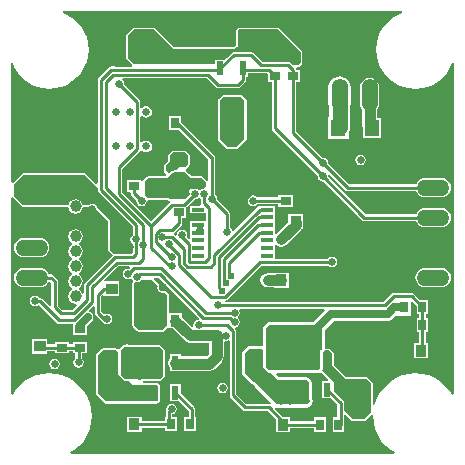
<source format=gbl>
G04 Layer_Physical_Order=4*
G04 Layer_Color=16711680*
%FSAX44Y44*%
%MOMM*%
G71*
G01*
G75*
%ADD10C,0.2540*%
%ADD16R,0.9000X1.3500*%
%ADD17R,0.7000X0.9000*%
%ADD18R,0.9000X0.7000*%
%ADD19R,0.9000X1.0000*%
%ADD20R,1.0000X0.9000*%
%ADD28C,0.8890*%
%ADD30C,1.2700*%
%ADD31O,2.7432X1.3716*%
%ADD32O,1.3716X2.7432*%
%ADD33C,1.0000*%
%ADD34R,1.0000X1.0000*%
%ADD35C,0.6350*%
%ADD36C,0.6096*%
%ADD41C,0.6350*%
%ADD43R,1.3000X1.8000*%
%ADD44R,0.6096X1.1684*%
%ADD45R,1.2500X1.3500*%
%ADD46R,0.7700X0.9800*%
%ADD47R,0.9906X0.3048*%
G36*
X00075891Y00227639D02*
Y00226060D01*
X00075891Y00226060D01*
X00076108Y00224970D01*
X00076726Y00224046D01*
X00105736Y00195035D01*
Y00188017D01*
X00104745Y00187355D01*
X00103763Y00185884D01*
X00103418Y00184150D01*
X00103763Y00182416D01*
X00104745Y00180945D01*
X00105736Y00180283D01*
Y00173265D01*
X00104230Y00171759D01*
X00090773D01*
X00090012Y00171607D01*
X00086360Y00175260D01*
X00086360Y00200660D01*
X00074956Y00212064D01*
X00074325Y00213009D01*
X00072854Y00213991D01*
X00071120Y00214336D01*
X00069386Y00213991D01*
X00068441Y00213360D01*
X00063290D01*
X00063056Y00214536D01*
X00061670Y00216610D01*
X00059596Y00217996D01*
X00057150Y00218483D01*
X00054704Y00217996D01*
X00052630Y00216610D01*
X00051244Y00214536D01*
X00051010Y00213360D01*
X00012700Y00213360D01*
X00005080Y00220980D01*
Y00231140D01*
X00012700Y00238760D01*
X00064770Y00238760D01*
X00075891Y00227639D01*
D02*
G37*
G36*
X00163195Y00218547D02*
Y00216102D01*
X00163013Y00215191D01*
X00163230Y00214100D01*
X00163419Y00213818D01*
X00162740Y00212548D01*
X00154313D01*
Y00206452D01*
X00167267D01*
X00167331Y00205209D01*
Y00200791D01*
X00167267Y00199548D01*
X00166061Y00199548D01*
X00154313D01*
Y00194318D01*
X00154313Y00193452D01*
X00154313Y00193452D01*
Y00193048D01*
X00154313D01*
X00154313Y00193048D01*
Y00187714D01*
X00154313Y00186952D01*
Y00186698D01*
Y00186444D01*
X00154313Y00185682D01*
Y00185133D01*
X00153140Y00184647D01*
X00151553Y00186233D01*
X00151852Y00187735D01*
X00151507Y00189469D01*
X00150525Y00190940D01*
X00149054Y00191922D01*
X00147320Y00192267D01*
X00145586Y00191922D01*
X00144115Y00190940D01*
X00143133Y00189469D01*
X00142857Y00188084D01*
X00141636Y00187509D01*
X00140697Y00188449D01*
X00140754Y00189938D01*
X00141049Y00190135D01*
X00146794Y00195880D01*
X00146794Y00195881D01*
X00147412Y00196805D01*
X00147629Y00197895D01*
Y00202271D01*
X00150804D01*
Y00211264D01*
X00151269Y00211574D01*
X00157973Y00218279D01*
X00158242Y00218226D01*
X00159976Y00218571D01*
X00161353Y00219491D01*
X00161740Y00219645D01*
X00162061D01*
X00163195Y00218547D01*
D02*
G37*
G36*
X00333539Y00376140D02*
X00329901Y00374633D01*
X00325451Y00371906D01*
X00321483Y00368517D01*
X00318093Y00364549D01*
X00315367Y00360099D01*
X00313370Y00355277D01*
X00312151Y00350203D01*
X00311742Y00345000D01*
X00312151Y00339797D01*
X00313370Y00334723D01*
X00315367Y00329901D01*
X00318093Y00325451D01*
X00321483Y00321483D01*
X00325451Y00318093D01*
X00329901Y00315367D01*
X00334723Y00313370D01*
X00339797Y00312151D01*
X00345000Y00311742D01*
X00350203Y00312151D01*
X00355277Y00313370D01*
X00360099Y00315367D01*
X00364549Y00318093D01*
X00368517Y00321483D01*
X00371906Y00325451D01*
X00374633Y00329901D01*
X00376140Y00333539D01*
X00377410Y00333287D01*
Y00053049D01*
X00376140Y00052691D01*
X00374048Y00056105D01*
X00370389Y00060389D01*
X00366105Y00064048D01*
X00361301Y00066992D01*
X00356096Y00069148D01*
X00350617Y00070464D01*
X00345000Y00070906D01*
X00339383Y00070464D01*
X00333904Y00069148D01*
X00328699Y00066992D01*
X00323895Y00064048D01*
X00319611Y00060389D01*
X00315952Y00056105D01*
X00313008Y00051301D01*
X00310852Y00046095D01*
X00310260Y00043629D01*
X00308990Y00043780D01*
Y00062230D01*
X00308506Y00063396D01*
X00304696Y00067206D01*
X00303530Y00067690D01*
X00286433D01*
X00276756Y00077366D01*
X00276756Y00077366D01*
X00275970Y00078153D01*
Y00087630D01*
X00275686Y00088313D01*
X00275486Y00088796D01*
X00272946Y00091336D01*
X00272122Y00091678D01*
X00271780Y00091820D01*
X00268020Y00091820D01*
Y00107379D01*
X00276099Y00115458D01*
X00321663D01*
X00323893Y00115902D01*
X00325784Y00117165D01*
X00327810Y00119191D01*
X00328860Y00119735D01*
Y00119735D01*
X00328860Y00119735D01*
X00340940D01*
Y00131047D01*
X00342113Y00131533D01*
X00345876Y00127770D01*
Y00120751D01*
X00348051D01*
Y00117559D01*
X00345876D01*
Y00105511D01*
X00348051D01*
Y00096469D01*
X00343626D01*
Y00083421D01*
X00355674D01*
Y00096469D01*
X00353749D01*
Y00105511D01*
X00355924D01*
Y00117559D01*
X00353749D01*
Y00120751D01*
X00355924D01*
Y00132799D01*
X00348905D01*
X00343799Y00137904D01*
X00342875Y00138522D01*
X00341785Y00138739D01*
X00341785Y00138739D01*
X00326390D01*
X00326390Y00138739D01*
X00325300Y00138522D01*
X00324376Y00137904D01*
X00317590Y00131119D01*
X00184106D01*
X00183981Y00132389D01*
X00184515Y00132495D01*
X00185439Y00133112D01*
X00214353Y00162026D01*
X00271028D01*
X00271115Y00161895D01*
X00272586Y00160913D01*
X00274320Y00160568D01*
X00276054Y00160913D01*
X00277525Y00161895D01*
X00278507Y00163366D01*
X00278852Y00165100D01*
X00278507Y00166834D01*
X00277525Y00168305D01*
X00276054Y00169287D01*
X00274320Y00169632D01*
X00272586Y00169287D01*
X00271115Y00168305D01*
X00270727Y00167724D01*
X00226553D01*
X00225655Y00168622D01*
Y00172474D01*
X00225655Y00173490D01*
Y00173617D01*
Y00173744D01*
X00225655Y00174760D01*
Y00179078D01*
X00225655Y00179329D01*
X00226468Y00179685D01*
X00226925Y00179788D01*
X00228811Y00178527D01*
X00231140Y00178064D01*
X00233469Y00178527D01*
X00235443Y00179847D01*
X00247743Y00192146D01*
X00247743Y00192147D01*
X00248074Y00192641D01*
X00249464D01*
Y00196138D01*
X00249526Y00196450D01*
X00249526Y00196450D01*
Y00199165D01*
X00249464Y00199476D01*
Y00205689D01*
X00237416D01*
Y00199476D01*
X00237354Y00199165D01*
Y00198971D01*
X00226925Y00188542D01*
X00226551Y00188579D01*
X00225655Y00188971D01*
Y00193048D01*
X00225655Y00193048D01*
Y00193048D01*
Y00193452D01*
X00225655D01*
X00225655Y00194318D01*
Y00199548D01*
X00225655Y00199548D01*
Y00199548D01*
Y00199952D01*
X00225655D01*
X00225655Y00200818D01*
Y00206048D01*
X00225655Y00206048D01*
Y00206048D01*
Y00206452D01*
X00225655D01*
X00225655Y00207318D01*
Y00212548D01*
X00212701D01*
Y00212302D01*
X00211847Y00212132D01*
X00210923Y00211514D01*
X00210923Y00211514D01*
X00190860Y00191452D01*
X00189645Y00191820D01*
X00189607Y00192009D01*
X00188625Y00193479D01*
X00188269Y00193717D01*
Y00205522D01*
X00188052Y00206612D01*
X00187434Y00207536D01*
X00187434Y00207536D01*
X00176950Y00218020D01*
X00177034Y00218440D01*
X00176689Y00220174D01*
X00175706Y00221645D01*
X00175350Y00221882D01*
Y00253583D01*
X00175133Y00254674D01*
X00174516Y00255598D01*
X00174347Y00255710D01*
X00174234Y00255879D01*
X00146374Y00283740D01*
Y00289009D01*
X00136326D01*
Y00276961D01*
X00145095D01*
X00169653Y00252403D01*
Y00234301D01*
X00168383Y00233775D01*
X00164996Y00237161D01*
X00163830Y00237644D01*
X00155623D01*
X00153566Y00239701D01*
X00153566Y00239701D01*
X00151026Y00242241D01*
X00150631Y00242405D01*
Y00243780D01*
X00150685Y00243802D01*
X00151026Y00243944D01*
X00153566Y00246484D01*
X00154050Y00247650D01*
Y00255270D01*
X00153708Y00256095D01*
X00153566Y00256436D01*
X00151026Y00258976D01*
X00149860Y00259460D01*
X00139700D01*
X00138875Y00259118D01*
X00138534Y00258976D01*
X00135994Y00256436D01*
X00135510Y00255270D01*
Y00250873D01*
X00133454Y00248817D01*
X00133454Y00248816D01*
X00132184Y00247546D01*
X00131700Y00246380D01*
Y00242570D01*
X00132042Y00241745D01*
X00132184Y00241404D01*
X00134042Y00239545D01*
X00134078Y00238856D01*
X00132924Y00237644D01*
X00118110D01*
X00117285Y00237303D01*
X00116944Y00237161D01*
X00114404Y00234621D01*
X00113920Y00233455D01*
X00112704Y00233584D01*
Y00234289D01*
X00100656D01*
Y00224241D01*
X00103052D01*
X00103831Y00223295D01*
X00104048Y00222205D01*
X00104666Y00221280D01*
X00108581Y00217365D01*
X00108498Y00216945D01*
X00108843Y00215210D01*
X00109825Y00213740D01*
X00111296Y00212758D01*
X00113030Y00212413D01*
X00114764Y00212758D01*
X00116235Y00213740D01*
X00117217Y00215210D01*
X00117515Y00216707D01*
X00117697Y00217052D01*
X00118680Y00217835D01*
X00135207Y00217835D01*
X00135994Y00217048D01*
X00136606Y00216795D01*
X00136803Y00216327D01*
X00136897Y00215392D01*
D01*
X00120985Y00199480D01*
X00096829Y00223637D01*
Y00243930D01*
X00111234Y00258336D01*
X00111234Y00258336D01*
X00111852Y00259260D01*
X00113184Y00259447D01*
X00113269Y00259319D01*
X00114907Y00258224D01*
X00116840Y00257840D01*
X00118773Y00258224D01*
X00120411Y00259319D01*
X00121506Y00260957D01*
X00121890Y00262890D01*
X00121506Y00264823D01*
X00120411Y00266461D01*
X00118773Y00267556D01*
X00116840Y00267940D01*
X00114907Y00267556D01*
X00113339Y00266507D01*
X00112956Y00266588D01*
X00112069Y00266950D01*
Y00288040D01*
X00112956Y00288402D01*
X00113339Y00288483D01*
X00114907Y00287434D01*
X00116840Y00287050D01*
X00118773Y00287434D01*
X00120411Y00288529D01*
X00121506Y00290167D01*
X00121890Y00292100D01*
X00121506Y00294033D01*
X00120411Y00295671D01*
X00118773Y00296766D01*
X00116840Y00297150D01*
X00114907Y00296766D01*
X00113339Y00295717D01*
X00112956Y00295798D01*
X00112069Y00296160D01*
Y00300765D01*
X00112069Y00300765D01*
X00111852Y00301855D01*
X00111234Y00302779D01*
X00111234Y00302779D01*
X00098429Y00315585D01*
X00098512Y00316005D01*
X00098167Y00317739D01*
X00097185Y00319209D01*
X00096784Y00319477D01*
X00097169Y00320747D01*
X00167984D01*
X00175786Y00312946D01*
X00175786Y00312946D01*
X00176710Y00312328D01*
X00177800Y00312111D01*
X00177800Y00312111D01*
X00194310D01*
X00194310Y00312111D01*
X00195400Y00312328D01*
X00196324Y00312946D01*
X00200762Y00317384D01*
X00201380Y00318308D01*
X00201597Y00319398D01*
X00201597Y00319398D01*
Y00321564D01*
X00203320D01*
Y00324811D01*
X00219420D01*
X00220036Y00324195D01*
Y00317176D01*
X00223211D01*
Y00278130D01*
X00223211Y00278130D01*
X00223428Y00277040D01*
X00224046Y00276116D01*
X00262251Y00237910D01*
X00262168Y00237490D01*
X00262513Y00235756D01*
X00263495Y00234285D01*
X00264966Y00233303D01*
X00266700Y00232958D01*
X00267120Y00233041D01*
X00299476Y00200686D01*
X00299476Y00200686D01*
X00300400Y00200068D01*
X00301490Y00199851D01*
X00301490Y00199851D01*
X00345524D01*
X00346042Y00198601D01*
X00347345Y00196903D01*
X00349043Y00195600D01*
X00351020Y00194781D01*
X00353142Y00194502D01*
X00366858D01*
X00368980Y00194781D01*
X00370957Y00195600D01*
X00372655Y00196903D01*
X00373958Y00198601D01*
X00374777Y00200578D01*
X00375056Y00202700D01*
X00374777Y00204822D01*
X00373958Y00206799D01*
X00372655Y00208497D01*
X00370957Y00209800D01*
X00368980Y00210619D01*
X00366858Y00210898D01*
X00353142D01*
X00351020Y00210619D01*
X00349043Y00209800D01*
X00347345Y00208497D01*
X00346042Y00206799D01*
X00345524Y00205549D01*
X00302670D01*
X00271149Y00237070D01*
X00271232Y00237490D01*
X00270966Y00238830D01*
X00272136Y00239455D01*
X00285506Y00226086D01*
X00285506Y00226086D01*
X00286430Y00225468D01*
X00287520Y00225251D01*
X00287520Y00225251D01*
X00345524D01*
X00346042Y00224001D01*
X00347345Y00222303D01*
X00349043Y00221000D01*
X00351020Y00220181D01*
X00353142Y00219902D01*
X00366858D01*
X00368980Y00220181D01*
X00370957Y00221000D01*
X00372655Y00222303D01*
X00373958Y00224001D01*
X00374777Y00225978D01*
X00375056Y00228100D01*
X00374777Y00230222D01*
X00373958Y00232199D01*
X00372655Y00233897D01*
X00370957Y00235200D01*
X00368980Y00236019D01*
X00366858Y00236298D01*
X00353142D01*
X00351020Y00236019D01*
X00349043Y00235200D01*
X00347345Y00233897D01*
X00346042Y00232199D01*
X00345524Y00230949D01*
X00288700D01*
X00271149Y00248500D01*
X00271232Y00248920D01*
X00270887Y00250654D01*
X00269905Y00252125D01*
X00268434Y00253107D01*
X00266700Y00253452D01*
X00266280Y00253369D01*
X00244149Y00275500D01*
Y00317176D01*
X00247324D01*
Y00327224D01*
X00245269D01*
X00244561Y00327500D01*
X00244111Y00328813D01*
X00244797Y00329820D01*
X00245110D01*
X00245693Y00330062D01*
X00246276Y00330303D01*
X00248816Y00332844D01*
X00249158Y00333668D01*
X00249300Y00334010D01*
X00249300Y00342900D01*
X00248817Y00344066D01*
X00248817Y00344066D01*
X00229766Y00363116D01*
X00228600Y00363600D01*
X00198120Y00363600D01*
X00195580D01*
X00194414Y00363116D01*
X00193144Y00361846D01*
X00192660Y00360680D01*
Y00348663D01*
X00192654Y00348656D01*
X00192441Y00348143D01*
X00192269Y00348072D01*
X00191928Y00347930D01*
X00191270Y00347273D01*
X00189343D01*
X00188422Y00347090D01*
X00140383D01*
X00124356Y00363116D01*
X00123190Y00363600D01*
X00106680Y00363600D01*
X00105514Y00363116D01*
X00100434Y00358036D01*
X00099950Y00356870D01*
Y00345440D01*
Y00337820D01*
X00100434Y00336654D01*
X00105308Y00331779D01*
X00105087Y00330809D01*
X00104919Y00330509D01*
X00091729D01*
X00091673Y00330546D01*
X00090583Y00330763D01*
X00090583Y00330763D01*
X00087217D01*
X00087217Y00330763D01*
X00086126Y00330546D01*
X00085202Y00329928D01*
X00085202Y00329928D01*
X00076726Y00321452D01*
X00076108Y00320527D01*
X00075891Y00319437D01*
X00075891Y00319437D01*
Y00231631D01*
X00074718Y00231145D01*
X00065936Y00239926D01*
X00064770Y00240410D01*
X00012700Y00240410D01*
X00011534Y00239926D01*
X00003914Y00232306D01*
X00003860Y00232176D01*
X00002590Y00232429D01*
Y00333287D01*
X00003860Y00333539D01*
X00005367Y00329901D01*
X00008094Y00325451D01*
X00011483Y00321483D01*
X00015451Y00318093D01*
X00019901Y00315367D01*
X00024723Y00313370D01*
X00029797Y00312151D01*
X00035000Y00311742D01*
X00040203Y00312151D01*
X00045277Y00313370D01*
X00050099Y00315367D01*
X00054549Y00318093D01*
X00058517Y00321483D01*
X00061906Y00325451D01*
X00064633Y00329901D01*
X00066630Y00334723D01*
X00067849Y00339797D01*
X00068258Y00345000D01*
X00067849Y00350203D01*
X00066630Y00355277D01*
X00064633Y00360099D01*
X00061906Y00364549D01*
X00058517Y00368517D01*
X00054549Y00371906D01*
X00050099Y00374633D01*
X00046461Y00376140D01*
X00046714Y00377410D01*
X00333287D01*
X00333539Y00376140D01*
D02*
G37*
G36*
X00265430Y00109220D02*
Y00090482D01*
X00264414D01*
Y00075184D01*
X00262890Y00073660D01*
X00220980D01*
X00218440Y00076200D01*
Y00109220D01*
X00220980Y00111760D01*
X00262890D01*
X00265430Y00109220D01*
D02*
G37*
G36*
X00161670Y00117511D02*
X00161452Y00116811D01*
X00161126Y00116259D01*
X00159556Y00115947D01*
X00158085Y00114965D01*
X00157103Y00113494D01*
X00156758Y00111760D01*
X00157006Y00110511D01*
X00155836Y00109886D01*
X00147144Y00118578D01*
Y00121769D01*
X00136396D01*
X00136270Y00122986D01*
Y00137160D01*
X00135928Y00137985D01*
X00135786Y00138327D01*
X00133638Y00140475D01*
X00133482Y00140540D01*
X00133388Y00140680D01*
X00132916Y00140774D01*
X00132472Y00140958D01*
X00132316Y00140893D01*
X00132150Y00140926D01*
X00130810Y00140660D01*
X00129719Y00140877D01*
X00128795Y00141495D01*
X00128177Y00142419D01*
X00127960Y00143510D01*
X00128226Y00144850D01*
X00128193Y00145015D01*
X00128258Y00145172D01*
X00128074Y00145616D01*
X00127980Y00146088D01*
X00127839Y00146182D01*
X00127775Y00146338D01*
X00123546Y00150567D01*
X00123832Y00151666D01*
X00123935Y00151837D01*
X00127344D01*
X00161670Y00117511D01*
D02*
G37*
G36*
X00003914Y00219814D02*
X00011534Y00212194D01*
X00012700Y00211710D01*
X00050833Y00211710D01*
X00051244Y00209644D01*
X00052630Y00207570D01*
X00054704Y00206184D01*
X00057150Y00205697D01*
X00059596Y00206184D01*
X00061670Y00207570D01*
X00063056Y00209644D01*
X00063467Y00211710D01*
X00068441D01*
X00068886Y00211894D01*
X00069358Y00211988D01*
X00070029Y00212437D01*
X00071120Y00212654D01*
X00072211Y00212437D01*
X00073135Y00211819D01*
X00073584Y00211148D01*
X00073725Y00211054D01*
X00073789Y00210898D01*
X00084710Y00199977D01*
X00084710Y00175260D01*
Y00175260D01*
X00084852Y00174918D01*
X00085194Y00174093D01*
X00088560Y00170727D01*
X00065142Y00147308D01*
X00064524Y00146383D01*
X00064307Y00145293D01*
X00064307Y00145293D01*
Y00138557D01*
X00063056Y00138336D01*
X00061670Y00140410D01*
X00059988Y00141534D01*
X00059953Y00141639D01*
Y00142841D01*
X00059988Y00142946D01*
X00061670Y00144070D01*
X00063056Y00146144D01*
X00063543Y00148590D01*
X00063056Y00151036D01*
X00061670Y00153110D01*
X00059988Y00154234D01*
X00059953Y00154339D01*
Y00155541D01*
X00059988Y00155646D01*
X00061670Y00156770D01*
X00063056Y00158844D01*
X00063543Y00161290D01*
X00063056Y00163736D01*
X00061670Y00165810D01*
X00059988Y00166934D01*
X00059953Y00167039D01*
Y00168241D01*
X00059988Y00168346D01*
X00061670Y00169470D01*
X00063056Y00171544D01*
X00063543Y00173990D01*
X00063056Y00176436D01*
X00061670Y00178510D01*
X00059988Y00179634D01*
X00059953Y00179739D01*
Y00180941D01*
X00059988Y00181046D01*
X00061670Y00182170D01*
X00063056Y00184244D01*
X00063543Y00186690D01*
X00063056Y00189136D01*
X00061670Y00191210D01*
X00059596Y00192596D01*
X00057150Y00193083D01*
X00054704Y00192596D01*
X00052630Y00191210D01*
X00051244Y00189136D01*
X00050757Y00186690D01*
X00051244Y00184244D01*
X00052630Y00182170D01*
X00054312Y00181046D01*
X00054348Y00180941D01*
Y00179739D01*
X00054312Y00179634D01*
X00052630Y00178510D01*
X00051244Y00176436D01*
X00050757Y00173990D01*
X00051244Y00171544D01*
X00052630Y00169470D01*
X00054312Y00168346D01*
X00054348Y00168241D01*
Y00167039D01*
X00054312Y00166934D01*
X00052630Y00165810D01*
X00051244Y00163736D01*
X00050757Y00161290D01*
X00051244Y00158844D01*
X00052630Y00156770D01*
X00054312Y00155646D01*
X00054348Y00155541D01*
Y00154339D01*
X00054312Y00154234D01*
X00052630Y00153110D01*
X00051244Y00151036D01*
X00050757Y00148590D01*
X00051244Y00146144D01*
X00052630Y00144070D01*
X00054312Y00142946D01*
X00054348Y00142841D01*
Y00141639D01*
X00054312Y00141534D01*
X00052630Y00140410D01*
X00051244Y00138336D01*
X00050757Y00135890D01*
X00051244Y00133444D01*
X00052630Y00131370D01*
X00054704Y00129984D01*
X00057150Y00129497D01*
X00057752Y00129617D01*
X00058378Y00128447D01*
X00054700Y00124769D01*
X00045630D01*
X00042219Y00128180D01*
Y00148590D01*
X00042002Y00149680D01*
X00041384Y00150604D01*
X00041384Y00150604D01*
X00038074Y00153914D01*
X00037150Y00154532D01*
X00036060Y00154749D01*
X00036060Y00154749D01*
X00034476D01*
X00033958Y00155999D01*
X00032655Y00157697D01*
X00030957Y00159000D01*
X00028980Y00159819D01*
X00026858Y00160098D01*
X00013142D01*
X00011020Y00159819D01*
X00009043Y00159000D01*
X00007345Y00157697D01*
X00006042Y00155999D01*
X00005223Y00154022D01*
X00004944Y00151900D01*
X00005223Y00149778D01*
X00006042Y00147801D01*
X00007345Y00146103D01*
X00009043Y00144800D01*
X00011020Y00143981D01*
X00013142Y00143702D01*
X00026858D01*
X00028980Y00143981D01*
X00030957Y00144800D01*
X00032655Y00146103D01*
X00033958Y00147801D01*
X00034068Y00148067D01*
X00035566Y00148365D01*
X00036521Y00147410D01*
Y00128054D01*
X00035251Y00127528D01*
X00028684Y00134094D01*
X00027760Y00134712D01*
X00026670Y00134929D01*
X00026670Y00134929D01*
X00026302D01*
X00026065Y00135285D01*
X00024594Y00136267D01*
X00022860Y00136612D01*
X00021126Y00136267D01*
X00019655Y00135285D01*
X00018673Y00133814D01*
X00018328Y00132080D01*
X00018673Y00130346D01*
X00019655Y00128875D01*
X00021126Y00127893D01*
X00022860Y00127548D01*
X00024594Y00127893D01*
X00025933Y00128788D01*
X00041166Y00113556D01*
X00041166Y00113556D01*
X00042090Y00112938D01*
X00043180Y00112721D01*
X00043180Y00112721D01*
X00054682D01*
Y00103407D01*
X00067238D01*
Y00110896D01*
X00070881Y00114539D01*
X00071976Y00116177D01*
X00072360Y00118110D01*
X00071976Y00120043D01*
X00070881Y00121681D01*
X00069243Y00122776D01*
X00068789Y00122866D01*
X00068420Y00124081D01*
X00072081Y00127743D01*
X00073351Y00127217D01*
Y00121920D01*
X00073351Y00121920D01*
X00073568Y00120830D01*
X00074186Y00119906D01*
X00079266Y00114826D01*
X00079266Y00114826D01*
X00080190Y00114208D01*
X00080239Y00114198D01*
X00080615Y00113635D01*
X00082086Y00112653D01*
X00083820Y00112308D01*
X00085554Y00112653D01*
X00087025Y00113635D01*
X00088007Y00115106D01*
X00088352Y00116840D01*
X00088007Y00118574D01*
X00087025Y00120045D01*
X00085554Y00121027D01*
X00083820Y00121372D01*
X00082086Y00121027D01*
X00081508Y00120641D01*
X00079049Y00123100D01*
Y00135980D01*
X00079965Y00136896D01*
X00081106Y00136616D01*
Y00136616D01*
X00081106Y00136616D01*
X00094154D01*
Y00148664D01*
X00082099D01*
X00081573Y00149934D01*
X00093128Y00161489D01*
X00102461D01*
X00102947Y00160316D01*
X00102020Y00159389D01*
X00101600Y00159472D01*
X00099866Y00159127D01*
X00098395Y00158145D01*
X00097413Y00156674D01*
X00097068Y00154940D01*
X00097413Y00153206D01*
X00098395Y00151735D01*
X00099866Y00150753D01*
X00101600Y00150408D01*
X00103334Y00150753D01*
X00103675Y00150981D01*
X00105033Y00150666D01*
X00105120Y00150535D01*
X00106015Y00149195D01*
X00106034Y00149007D01*
X00105514Y00148486D01*
X00105030Y00147320D01*
Y00111535D01*
X00105514Y00110368D01*
X00109324Y00106558D01*
X00110490Y00106075D01*
X00130810Y00106075D01*
X00131976Y00106558D01*
X00135126Y00109708D01*
X00136396Y00109182D01*
Y00108921D01*
X00139587D01*
X00149941Y00098567D01*
X00149941Y00098567D01*
X00150929Y00097907D01*
X00151916Y00097247D01*
X00154245Y00096784D01*
X00154245Y00096784D01*
X00170444D01*
Y00087611D01*
X00168059Y00085226D01*
X00146304D01*
Y00087151D01*
X00137160D01*
Y00083686D01*
X00136109Y00082114D01*
X00135646Y00079785D01*
X00136109Y00077456D01*
X00137160Y00075883D01*
Y00072419D01*
X00146304D01*
Y00073054D01*
X00170580D01*
X00170580Y00073054D01*
X00172909Y00073517D01*
X00174883Y00074837D01*
X00180833Y00080787D01*
X00180833Y00080787D01*
X00182153Y00082761D01*
X00182616Y00085090D01*
Y00097388D01*
X00183598Y00098194D01*
X00184150Y00098084D01*
X00185884Y00098429D01*
X00186381Y00098761D01*
X00187651Y00098082D01*
Y00052070D01*
X00187651Y00052070D01*
X00187868Y00050980D01*
X00188486Y00050056D01*
X00198646Y00039896D01*
X00198646Y00039896D01*
X00199570Y00039278D01*
X00200660Y00039061D01*
X00219774D01*
X00226786Y00032049D01*
Y00020966D01*
X00238834D01*
Y00024641D01*
X00258756D01*
Y00021466D01*
X00268804D01*
Y00033514D01*
X00258756D01*
Y00030338D01*
X00238834D01*
Y00034014D01*
X00232879D01*
X00226059Y00040833D01*
X00226703Y00041985D01*
X00227330Y00041860D01*
X00228531D01*
X00228910Y00041607D01*
X00231140Y00041163D01*
X00233370Y00041607D01*
X00233750Y00041860D01*
X00236150D01*
X00236530Y00041607D01*
X00238760Y00041163D01*
X00240990Y00041607D01*
X00241369Y00041860D01*
X00252730D01*
X00253721Y00042057D01*
X00254561Y00042619D01*
X00257101Y00045159D01*
X00257663Y00045999D01*
X00257860Y00046990D01*
Y00048518D01*
X00257663Y00049509D01*
X00257352Y00049974D01*
Y00062738D01*
X00257155Y00063729D01*
X00256593Y00064569D01*
X00256438Y00064724D01*
Y00065282D01*
X00255881D01*
X00254561Y00066601D01*
X00253721Y00067163D01*
X00252730Y00067360D01*
X00229673D01*
X00227891Y00069141D01*
X00227136Y00069897D01*
X00227622Y00071070D01*
X00262890D01*
X00263881Y00071267D01*
X00264721Y00071829D01*
X00264825Y00071932D01*
X00271318Y00065439D01*
X00270832Y00064266D01*
X00265430D01*
Y00049534D01*
X00273339D01*
X00278681Y00044192D01*
Y00033514D01*
X00274756D01*
Y00021466D01*
X00284804D01*
Y00033514D01*
X00284379D01*
Y00035479D01*
X00285552Y00035965D01*
X00290934Y00030584D01*
X00292100Y00030100D01*
X00300990D01*
X00301815Y00030442D01*
X00302156Y00030584D01*
X00307927Y00036354D01*
X00309156Y00035787D01*
X00309094Y00035000D01*
X00309536Y00029383D01*
X00310852Y00023905D01*
X00313008Y00018699D01*
X00315952Y00013895D01*
X00319611Y00009611D01*
X00323895Y00005952D01*
X00327309Y00003860D01*
X00326951Y00002590D01*
X00053049D01*
X00052691Y00003860D01*
X00056105Y00005952D01*
X00060389Y00009611D01*
X00064048Y00013895D01*
X00066992Y00018699D01*
X00069148Y00023905D01*
X00070464Y00029383D01*
X00070906Y00035000D01*
X00070464Y00040617D01*
X00069148Y00046095D01*
X00066992Y00051301D01*
X00064048Y00056105D01*
X00060389Y00060389D01*
X00056105Y00064048D01*
X00051301Y00066992D01*
X00046095Y00069148D01*
X00040617Y00070464D01*
X00035000Y00070906D01*
X00029383Y00070464D01*
X00023905Y00069148D01*
X00018699Y00066992D01*
X00013895Y00064048D01*
X00009611Y00060389D01*
X00005952Y00056105D01*
X00003860Y00052691D01*
X00002590Y00053049D01*
Y00219691D01*
X00003860Y00219944D01*
X00003914Y00219814D01*
D02*
G37*
G36*
X00122145Y00149635D02*
X00126608Y00145171D01*
X00126278Y00143510D01*
X00126623Y00141776D01*
X00127605Y00140305D01*
X00129076Y00139323D01*
X00130810Y00138978D01*
X00132472Y00139308D01*
X00134620Y00137160D01*
Y00111535D01*
X00130810Y00107725D01*
X00110490Y00107725D01*
X00106680Y00111535D01*
Y00147320D01*
X00107558Y00148198D01*
X00109220Y00147868D01*
X00110954Y00148213D01*
X00112425Y00149195D01*
X00112718Y00149635D01*
X00122145Y00149635D01*
D02*
G37*
G36*
X00152400Y00238535D02*
X00154940Y00235995D01*
X00163830D01*
X00167640Y00232185D01*
Y00229645D01*
X00165097Y00227102D01*
X00164309Y00226945D01*
X00162839Y00225963D01*
X00162753Y00225835D01*
X00161532D01*
X00161447Y00225963D01*
X00159976Y00226945D01*
X00158242Y00227290D01*
X00157678Y00227178D01*
X00156693Y00227374D01*
X00156250D01*
X00155160Y00227157D01*
X00154236Y00226539D01*
X00153618Y00225615D01*
X00153401Y00224525D01*
X00153618Y00223435D01*
X00153793Y00223174D01*
X00153710Y00222758D01*
X00153823Y00222187D01*
X00149852Y00218215D01*
X00139700D01*
X00137160Y00218215D01*
X00135890Y00219485D01*
X00118110Y00219485D01*
X00115570Y00222025D01*
X00115570Y00233455D01*
X00118110Y00235995D01*
X00134620D01*
X00139395Y00240770D01*
X00140164Y00240923D01*
X00140392Y00241075D01*
X00149860D01*
X00152400Y00238535D01*
D02*
G37*
G36*
X00215850Y00090220D02*
Y00076200D01*
X00216047Y00075209D01*
X00216609Y00074369D01*
X00219149Y00071829D01*
X00219989Y00071267D01*
X00220980Y00071070D01*
X00222300D01*
X00226060Y00067310D01*
X00228600Y00064770D01*
X00252730D01*
X00254762Y00062738D01*
Y00048518D01*
X00255270D01*
Y00046990D01*
X00252730Y00044450D01*
X00227330D01*
X00223520Y00048260D01*
X00212090Y00059690D01*
X00211110Y00060670D01*
X00209860Y00062540D01*
X00207990Y00063790D01*
X00200660Y00071120D01*
Y00087630D01*
X00204470Y00091440D01*
X00214630D01*
X00215850Y00090220D01*
D02*
G37*
G36*
X00271780Y00090170D02*
X00274320Y00087630D01*
Y00077470D01*
X00275590Y00076200D01*
X00285750Y00066040D01*
X00303530D01*
X00307340Y00062230D01*
Y00038100D01*
X00300990Y00031750D01*
X00292100D01*
X00284480Y00039370D01*
Y00046990D01*
X00275590Y00055880D01*
Y00063500D01*
X00265991Y00073099D01*
X00266245Y00073353D01*
X00266807Y00074193D01*
X00267004Y00075184D01*
Y00088478D01*
X00267261Y00088650D01*
X00267823Y00089491D01*
X00267955Y00090155D01*
X00267970Y00090170D01*
X00271780Y00090170D01*
D02*
G37*
G36*
X00228600Y00361950D02*
X00247650Y00342900D01*
X00247650Y00334010D01*
X00245110Y00331470D01*
X00241519D01*
X00239250Y00333738D01*
X00238326Y00334356D01*
X00237236Y00334573D01*
X00237236Y00334573D01*
X00215556D01*
X00207754Y00342374D01*
X00206830Y00342992D01*
X00205740Y00343209D01*
X00205740Y00343209D01*
X00191026D01*
X00191026Y00343209D01*
X00189936Y00342992D01*
X00189012Y00342374D01*
X00189012Y00342374D01*
X00182933Y00336296D01*
X00175024D01*
Y00332740D01*
X00173990D01*
X00106680Y00332740D01*
X00101600Y00337820D01*
Y00345440D01*
Y00356870D01*
X00106680Y00361950D01*
X00123190Y00361950D01*
X00139700Y00345440D01*
X00191770D01*
X00193094Y00346764D01*
X00193820D01*
Y00347490D01*
X00194310Y00347980D01*
Y00360680D01*
X00195580Y00361950D01*
X00198120D01*
X00228600Y00361950D01*
D02*
G37*
G36*
X00152400Y00255270D02*
Y00247650D01*
X00149860Y00245110D01*
X00144780D01*
X00143510Y00243840D01*
X00142394Y00242724D01*
X00140392D01*
X00139947Y00242540D01*
X00139896Y00242530D01*
X00139843Y00242541D01*
X00139073Y00242388D01*
X00138673Y00242120D01*
X00138229Y00241936D01*
X00136322Y00240030D01*
X00135890D01*
X00133350Y00242570D01*
Y00246380D01*
X00134620Y00247650D01*
X00137160Y00250190D01*
Y00255270D01*
X00139700Y00257810D01*
X00149860D01*
X00152400Y00255270D01*
D02*
G37*
G36*
X00268311Y00124151D02*
X00258509Y00114350D01*
X00220980D01*
X00219989Y00114153D01*
X00219149Y00113591D01*
X00216609Y00111051D01*
X00216047Y00110211D01*
X00215850Y00109220D01*
Y00095082D01*
X00214630Y00094030D01*
X00204470D01*
X00203479Y00093833D01*
X00202639Y00093271D01*
X00198829Y00089461D01*
X00198267Y00088621D01*
X00198070Y00087630D01*
Y00071120D01*
X00198267Y00070129D01*
X00198829Y00069289D01*
X00206159Y00061959D01*
X00206371Y00061817D01*
X00206551Y00061637D01*
X00207993Y00060673D01*
X00208957Y00059231D01*
X00209137Y00059051D01*
X00209279Y00058839D01*
X00210259Y00057859D01*
X00221689Y00046429D01*
X00222408Y00045710D01*
X00221714Y00044608D01*
X00220954Y00044759D01*
X00220954Y00044759D01*
X00201840D01*
X00193349Y00053250D01*
Y00106680D01*
X00193349Y00106680D01*
X00193132Y00107770D01*
X00192514Y00108694D01*
Y00108695D01*
X00192994Y00110011D01*
X00193504Y00110113D01*
X00194975Y00111095D01*
X00195957Y00112566D01*
X00196302Y00114300D01*
X00195957Y00116034D01*
X00194975Y00117505D01*
Y00118715D01*
X00195957Y00120186D01*
X00196302Y00121920D01*
X00195957Y00123654D01*
X00195625Y00124151D01*
X00196304Y00125421D01*
X00267785D01*
X00268311Y00124151D01*
D02*
G37*
%LPC*%
G36*
X00033194Y00099604D02*
X00020146D01*
Y00094612D01*
X00020011Y00093935D01*
X00020146Y00093257D01*
Y00087556D01*
X00033194D01*
Y00089836D01*
X00039696D01*
Y00087661D01*
X00051744D01*
Y00089836D01*
X00054936D01*
Y00087661D01*
X00056841D01*
Y00083453D01*
X00056485Y00083215D01*
X00055503Y00081744D01*
X00055158Y00080010D01*
X00055503Y00078276D01*
X00056485Y00076805D01*
X00057956Y00075823D01*
X00059690Y00075478D01*
X00061424Y00075823D01*
X00062895Y00076805D01*
X00063877Y00078276D01*
X00064222Y00080010D01*
X00063877Y00081744D01*
X00062895Y00083215D01*
X00062539Y00083453D01*
Y00087661D01*
X00066984D01*
Y00097709D01*
X00054936D01*
Y00095534D01*
X00051744D01*
Y00097709D01*
X00039696D01*
Y00095534D01*
X00033194D01*
Y00099604D01*
D02*
G37*
G36*
X00146304Y00061951D02*
X00137160D01*
Y00047219D01*
X00145069D01*
X00152951Y00039337D01*
Y00033739D01*
X00149026D01*
Y00021691D01*
X00159074D01*
Y00033739D01*
X00158649D01*
Y00040517D01*
X00158649Y00040517D01*
X00158432Y00041607D01*
X00157814Y00042531D01*
X00157814Y00042531D01*
X00146304Y00054042D01*
Y00061951D01*
D02*
G37*
G36*
X00181610Y00062952D02*
X00179876Y00062607D01*
X00178405Y00061625D01*
X00177423Y00060154D01*
X00177078Y00058420D01*
X00177423Y00056686D01*
X00178405Y00055215D01*
X00179876Y00054233D01*
X00181610Y00053888D01*
X00183344Y00054233D01*
X00184815Y00055215D01*
X00185797Y00056686D01*
X00186142Y00058420D01*
X00185797Y00060154D01*
X00184815Y00061625D01*
X00183344Y00062607D01*
X00181610Y00062952D01*
D02*
G37*
G36*
X00138430Y00045172D02*
X00136696Y00044827D01*
X00135225Y00043845D01*
X00134243Y00042374D01*
X00133898Y00040640D01*
X00134005Y00040104D01*
X00133668Y00039600D01*
X00133451Y00038510D01*
X00133451Y00038510D01*
Y00033739D01*
X00133026D01*
Y00030564D01*
X00113104D01*
Y00034239D01*
X00101056D01*
Y00021191D01*
X00113104D01*
Y00024866D01*
X00133026D01*
Y00021691D01*
X00143074D01*
Y00033739D01*
X00139149D01*
Y00036251D01*
X00140164Y00036453D01*
X00141635Y00037435D01*
X00142617Y00038906D01*
X00142962Y00040640D01*
X00142617Y00042374D01*
X00141635Y00043845D01*
X00140164Y00044827D01*
X00138430Y00045172D01*
D02*
G37*
G36*
X00039370Y00083272D02*
X00037636Y00082927D01*
X00036165Y00081945D01*
X00035183Y00080474D01*
X00034838Y00078740D01*
X00035183Y00077006D01*
X00036165Y00075535D01*
X00037636Y00074553D01*
X00039370Y00074208D01*
X00041104Y00074553D01*
X00042575Y00075535D01*
X00043557Y00077006D01*
X00043902Y00078740D01*
X00043557Y00080474D01*
X00042575Y00081945D01*
X00041104Y00082927D01*
X00039370Y00083272D01*
D02*
G37*
G36*
X00100330Y00095245D02*
X00097902Y00094762D01*
X00097440Y00094453D01*
X00097096Y00094385D01*
X00096508Y00093992D01*
X00096022Y00093506D01*
X00095843Y00093386D01*
X00095724Y00093208D01*
X00093968Y00091452D01*
X00092722D01*
X00092134Y00091845D01*
X00091440Y00091983D01*
X00080010D01*
X00079316Y00091845D01*
X00078728Y00091452D01*
X00074918Y00087642D01*
X00074525Y00087054D01*
X00074387Y00086360D01*
Y00053340D01*
X00074525Y00052646D01*
X00074918Y00052058D01*
X00081268Y00045708D01*
X00081856Y00045315D01*
X00082550Y00045177D01*
X00125730D01*
X00126424Y00045315D01*
X00127012Y00045708D01*
X00128536Y00047232D01*
X00128929Y00047820D01*
X00129067Y00048514D01*
Y00059436D01*
X00128929Y00060130D01*
X00128536Y00060718D01*
X00127406Y00061848D01*
Y00062205D01*
X00127049D01*
X00127012Y00062242D01*
X00126424Y00062635D01*
X00125730Y00062773D01*
X00114580D01*
X00113966Y00064026D01*
X00114105Y00064227D01*
X00128270Y00064227D01*
X00128964Y00064365D01*
X00129552Y00064758D01*
X00132092Y00067298D01*
X00132485Y00067886D01*
X00132623Y00068580D01*
X00132623Y00090170D01*
X00132485Y00090864D01*
X00132092Y00091452D01*
X00129552Y00093992D01*
X00128964Y00094385D01*
X00128270Y00094523D01*
X00103116Y00094523D01*
X00102758Y00094762D01*
X00100330Y00095245D01*
D02*
G37*
G36*
X00280670Y00322407D02*
X00278217Y00322084D01*
X00275931Y00321137D01*
X00273967Y00319631D01*
X00272461Y00317668D01*
X00271514Y00315381D01*
X00271191Y00312928D01*
Y00299212D01*
X00271514Y00296759D01*
X00271703Y00296301D01*
Y00287795D01*
X00270960D01*
Y00279847D01*
X00270783Y00278505D01*
X00270960Y00277163D01*
Y00269215D01*
X00288540D01*
Y00275194D01*
X00289331Y00277104D01*
X00289637Y00279425D01*
Y00296301D01*
X00289826Y00296759D01*
X00290149Y00299212D01*
Y00312928D01*
X00289826Y00315381D01*
X00288879Y00317668D01*
X00287373Y00319631D01*
X00285410Y00321137D01*
X00283123Y00322084D01*
X00280670Y00322407D01*
D02*
G37*
G36*
X00240974Y00221814D02*
X00228926D01*
Y00219764D01*
X00211222D01*
X00210985Y00220119D01*
X00209514Y00221102D01*
X00207780Y00221447D01*
X00206046Y00221102D01*
X00204575Y00220119D01*
X00203593Y00218649D01*
X00203248Y00216915D01*
X00203593Y00215180D01*
X00204575Y00213710D01*
X00206046Y00212728D01*
X00207780Y00212383D01*
X00209514Y00212728D01*
X00210985Y00213710D01*
X00211222Y00214066D01*
X00228926D01*
Y00211766D01*
X00240974D01*
Y00221814D01*
D02*
G37*
G36*
X00197620Y00306358D02*
X00182380D01*
X00181686Y00306220D01*
X00181098Y00305827D01*
X00178558Y00303287D01*
X00178165Y00302699D01*
X00178027Y00302005D01*
Y00277875D01*
Y00272795D01*
Y00268985D01*
X00178165Y00268291D01*
X00178558Y00267703D01*
X00184908Y00261353D01*
X00185496Y00260960D01*
X00186190Y00260822D01*
X00193810D01*
X00194504Y00260960D01*
X00195092Y00261353D01*
X00201442Y00267703D01*
X00201835Y00268291D01*
X00201973Y00268985D01*
Y00277875D01*
Y00302005D01*
X00201835Y00302699D01*
X00201442Y00303287D01*
X00198902Y00305827D01*
X00198314Y00306220D01*
X00197620Y00306358D01*
D02*
G37*
G36*
X00298450Y00255992D02*
X00296716Y00255647D01*
X00295245Y00254665D01*
X00294263Y00253194D01*
X00293918Y00251460D01*
X00294263Y00249726D01*
X00295245Y00248255D01*
X00296716Y00247273D01*
X00298450Y00246928D01*
X00300184Y00247273D01*
X00301655Y00248255D01*
X00302637Y00249726D01*
X00302982Y00251460D01*
X00302637Y00253194D01*
X00301655Y00254665D01*
X00300184Y00255647D01*
X00298450Y00255992D01*
D02*
G37*
G36*
X00366858Y00160098D02*
X00353142D01*
X00351020Y00159819D01*
X00349043Y00159000D01*
X00347345Y00157697D01*
X00346042Y00155999D01*
X00345223Y00154022D01*
X00344944Y00151900D01*
X00345223Y00149778D01*
X00346042Y00147801D01*
X00347345Y00146103D01*
X00349043Y00144800D01*
X00351020Y00143981D01*
X00353142Y00143702D01*
X00366858D01*
X00368980Y00143981D01*
X00370957Y00144800D01*
X00372655Y00146103D01*
X00373958Y00147801D01*
X00374777Y00149778D01*
X00375056Y00151900D01*
X00374777Y00154022D01*
X00373958Y00155999D01*
X00372655Y00157697D01*
X00370957Y00159000D01*
X00368980Y00159819D01*
X00366858Y00160098D01*
D02*
G37*
G36*
X00237534Y00156129D02*
X00225486D01*
Y00155721D01*
X00219710D01*
X00217381Y00155258D01*
X00215407Y00153938D01*
X00214087Y00151964D01*
X00213624Y00149635D01*
X00214087Y00147306D01*
X00215407Y00145331D01*
X00217381Y00144012D01*
X00219710Y00143549D01*
X00225486D01*
Y00143081D01*
X00237534D01*
Y00149474D01*
X00237566Y00149635D01*
X00237534Y00149796D01*
Y00156129D01*
D02*
G37*
G36*
X00306070Y00321126D02*
X00303948Y00320847D01*
X00301971Y00320028D01*
X00300273Y00318725D01*
X00298970Y00317027D01*
X00298151Y00315050D01*
X00297872Y00312928D01*
Y00299212D01*
X00298151Y00297090D01*
X00298970Y00295113D01*
X00299984Y00293792D01*
Y00280685D01*
X00299984Y00280685D01*
X00300447Y00278356D01*
X00300476Y00278313D01*
Y00270231D01*
X00316024D01*
Y00286779D01*
X00312156D01*
Y00293792D01*
X00313170Y00295113D01*
X00313989Y00297090D01*
X00314268Y00299212D01*
Y00312928D01*
X00313989Y00315050D01*
X00313170Y00317027D01*
X00311867Y00318725D01*
X00310169Y00320028D01*
X00308192Y00320847D01*
X00306070Y00321126D01*
D02*
G37*
G36*
X00026858Y00185498D02*
X00013142D01*
X00011020Y00185219D01*
X00009043Y00184400D01*
X00007345Y00183097D01*
X00006042Y00181399D01*
X00005223Y00179422D01*
X00004944Y00177300D01*
X00005223Y00175178D01*
X00006042Y00173201D01*
X00007345Y00171503D01*
X00009043Y00170200D01*
X00011020Y00169381D01*
X00013142Y00169102D01*
X00026858D01*
X00028980Y00169381D01*
X00030957Y00170200D01*
X00032655Y00171503D01*
X00033958Y00173201D01*
X00034777Y00175178D01*
X00035056Y00177300D01*
X00034777Y00179422D01*
X00033958Y00181399D01*
X00032655Y00183097D01*
X00030957Y00184400D01*
X00028980Y00185219D01*
X00026858Y00185498D01*
D02*
G37*
%LPD*%
G36*
X00200160Y00302005D02*
Y00277875D01*
Y00268985D01*
X00193810Y00262635D01*
X00186190D01*
X00179840Y00268985D01*
Y00272795D01*
Y00277875D01*
Y00302005D01*
X00182380Y00304545D01*
X00197620D01*
X00200160Y00302005D01*
D02*
G37*
G36*
X00128270Y00092710D02*
X00130810Y00090170D01*
X00130810Y00068580D01*
X00128270Y00066040D01*
X00113030Y00066040D01*
X00098745D01*
X00095250Y00069535D01*
Y00090170D01*
X00097790Y00092710D01*
X00128270Y00092710D01*
D02*
G37*
G36*
X00093437Y00088173D02*
Y00069535D01*
X00093575Y00068841D01*
X00093968Y00068253D01*
X00097463Y00064758D01*
X00098051Y00064365D01*
X00098745Y00064227D01*
X00102143D01*
X00105410Y00060960D01*
X00125730D01*
X00127254Y00059436D01*
Y00048514D01*
X00125730Y00046990D01*
X00082550D01*
X00076200Y00053340D01*
Y00086360D01*
X00080010Y00090170D01*
X00091440D01*
X00093437Y00088173D01*
D02*
G37*
D10*
X00266700Y00237490D02*
X00301490Y00202700D01*
X00226060Y00278130D02*
X00266700Y00237490D01*
X00071120Y00209550D02*
X00080480Y00200190D01*
X00071120Y00209550D02*
Y00209804D01*
X00172502Y00218440D02*
Y00253583D01*
Y00218440D02*
X00185420Y00205522D01*
Y00190275D02*
Y00205522D01*
X00170180Y00168268D02*
Y00210873D01*
X00165862Y00215191D02*
X00170180Y00210873D01*
X00165862Y00215191D02*
X00166043Y00215372D01*
Y00222758D01*
X00161290Y00111760D02*
X00185420D01*
X00177800Y00128270D02*
X00318770D01*
X00326390Y00135890D01*
X00160790Y00193540D02*
X00162560Y00191770D01*
X00160790Y00193540D02*
Y00196500D01*
X00093980Y00316005D02*
X00109220Y00300765D01*
X00026670Y00093580D02*
X00027565Y00092685D01*
X00045720D01*
X00162219Y00229710D02*
Y00230088D01*
X00162371Y00230240D01*
X00149254Y00213589D02*
X00158242Y00222577D01*
Y00222758D01*
X00128524Y00154686D02*
X00165354Y00117856D01*
X00111506Y00154686D02*
X00128524D01*
X00106680Y00160020D02*
X00129540D01*
X00101600Y00154940D02*
X00106680Y00160020D01*
X00109220Y00152400D02*
X00111506Y00154686D01*
X00059690Y00091415D02*
X00060960Y00092685D01*
X00059690Y00080010D02*
Y00091415D01*
X00143100Y00282985D02*
X00172220Y00253865D01*
X00153883Y00230240D02*
X00162371D01*
X00153208Y00230915D02*
X00153883Y00230240D01*
X00149100Y00230915D02*
X00153208D01*
X00129540Y00160020D02*
X00167640Y00121920D01*
X00071220Y00143610D02*
X00091948Y00164338D01*
X00110998D01*
X00114300Y00167640D01*
X00124975Y00182140D02*
X00138205Y00168910D01*
X00120911Y00177314D02*
X00136935Y00161290D01*
X00022860Y00132080D02*
X00026670D01*
X00036060Y00151900D02*
X00039370Y00148590D01*
X00020000Y00151900D02*
X00036060D01*
X00039370Y00127000D02*
Y00148590D01*
Y00127000D02*
X00044450Y00121920D01*
X00026670Y00132080D02*
X00043180Y00115570D01*
X00055880D01*
X00105410Y00168910D02*
X00108585Y00172085D01*
X00020000Y00177300D02*
X00028710D01*
X00226060Y00278130D02*
Y00322200D01*
X00194310Y00314960D02*
X00198748Y00319398D01*
X00177800Y00314960D02*
X00194310D01*
X00241300Y00322200D02*
Y00327660D01*
X00287520Y00228100D02*
X00360000D01*
X00301490Y00202700D02*
X00360000D01*
X00178326Y00327660D02*
X00179596Y00328930D01*
X00139035Y00192150D02*
X00144780Y00197895D01*
X00136935Y00161290D02*
X00138430D01*
X00138205Y00168910D02*
X00138430D01*
X00235374Y00027490D02*
X00262030D01*
X00220954Y00041910D02*
X00235374Y00027490D01*
X00200660Y00041910D02*
X00220954D01*
X00341785Y00135890D02*
X00350900Y00126775D01*
X00326390Y00135890D02*
X00341785D01*
X00190500Y00052070D02*
X00200660Y00041910D01*
X00136300Y00038510D02*
X00138430Y00040640D01*
X00136300Y00027715D02*
Y00038510D01*
X00045720Y00092685D02*
X00060960D01*
X00281530Y00027490D02*
Y00045372D01*
X00270002Y00056900D02*
X00281530Y00045372D01*
X00107080Y00027715D02*
X00136300D01*
X00155800D02*
Y00040517D01*
X00141732Y00054585D02*
X00155800Y00040517D01*
X00171458Y00161073D02*
X00174412Y00164027D01*
X00186690Y00155455D02*
X00188730Y00153415D01*
X00106680Y00223295D02*
Y00227515D01*
Y00223295D02*
X00113030Y00216945D01*
X00144780Y00197895D02*
Y00207295D01*
Y00226595D02*
X00149100Y00230915D01*
X00137510Y00227965D02*
X00144780Y00235235D01*
X00137510Y00227965D02*
X00142180Y00223295D01*
X00144780D01*
Y00226595D01*
X00350900Y00111535D02*
Y00126775D01*
X00080480Y00179070D02*
Y00200190D01*
X00266700Y00248920D02*
X00287520Y00228100D01*
X00241300Y00274320D02*
Y00322200D01*
Y00274320D02*
X00266700Y00248920D01*
X00109220Y00351790D02*
Y00356645D01*
Y00351790D02*
X00121275Y00339735D01*
X00147320D01*
X00162560D01*
X00198748Y00347338D02*
Y00354130D01*
X00210130D01*
X00226060Y00338200D01*
X00241300D01*
X00138430Y00245110D02*
X00138655D01*
X00144780Y00251235D01*
X00172122Y00135127D02*
X00183425D01*
X00213173Y00164875D01*
X00076200Y00121920D02*
X00081280Y00116840D01*
X00083820D01*
X00191308Y00114300D02*
X00191770D01*
X00190500Y00052070D02*
Y00106680D01*
X00044450Y00121920D02*
X00055880D01*
X00067156Y00133196D01*
Y00145293D01*
X00090773Y00168910D01*
X00071220Y00130910D02*
Y00143610D01*
X00055880Y00115570D02*
X00071220Y00130910D01*
X00090773Y00168910D02*
X00105410D01*
X00167640Y00121920D02*
X00191770D01*
X00185420Y00111760D02*
X00190500Y00106680D01*
X00187752Y00117856D02*
X00191308Y00114300D01*
X00165354Y00117856D02*
X00187752D01*
X00144780Y00162468D02*
X00172122Y00135127D01*
X00144780Y00162468D02*
Y00171225D01*
X00151923Y00161073D02*
X00171458D01*
X00167049Y00165137D02*
X00170180Y00168268D01*
X00153606Y00165137D02*
X00167049D01*
X00153043Y00179473D02*
X00153297Y00179727D01*
Y00180461D01*
X00148979Y00164017D02*
X00151923Y00161073D01*
X00147320Y00186438D02*
Y00187735D01*
X00153043Y00165700D02*
X00153606Y00165137D01*
X00147320Y00186438D02*
X00153297Y00180461D01*
X00153043Y00165700D02*
Y00179473D01*
X00186690Y00155455D02*
Y00163830D01*
X00212860Y00190000D01*
X00219178D01*
X00211791Y00196500D02*
X00219178D01*
X00178562Y00143263D02*
Y00169377D01*
X00182626Y00149359D02*
Y00167335D01*
X00178562Y00143263D02*
X00181110Y00140715D01*
X00212185Y00203000D02*
X00219178D01*
X00174412Y00164027D02*
Y00170975D01*
X00212937Y00209500D02*
X00219178D01*
X00182626Y00149359D02*
X00184920Y00147065D01*
X00156250Y00224525D02*
X00156693D01*
X00182626Y00167335D02*
X00211791Y00196500D01*
X00178562Y00169377D02*
X00212185Y00203000D01*
X00174412Y00170975D02*
X00212937Y00209500D01*
X00139123Y00213589D02*
X00149254D01*
X00078740Y00226060D02*
Y00319437D01*
X00087217Y00327914D01*
X00090583D01*
X00090837Y00327660D01*
X00178326D01*
X00169164Y00323596D02*
X00177800Y00314960D01*
X00082804Y00227886D02*
Y00317754D01*
X00088646Y00323596D01*
X00169164D01*
X00093980Y00222457D02*
X00120857Y00195580D01*
X00121114D01*
X00139123Y00213589D01*
X00120857Y00195580D02*
X00120911Y00195526D01*
X00198748Y00319398D02*
Y00327660D01*
X00220600D01*
X00226060Y00322200D01*
X00205740Y00340360D02*
X00214376Y00331724D01*
X00237236D01*
X00241300Y00327660D01*
X00179596Y00328930D02*
X00191026Y00340360D01*
X00205740D01*
X00162560Y00339735D02*
X00184653D01*
X00189343Y00344424D01*
X00195834D01*
X00198748Y00347338D01*
X00270002Y00075438D02*
X00286150Y00059290D01*
X00294640D01*
X00298450Y00055480D01*
Y00038100D02*
Y00055480D01*
X00270002Y00075438D02*
Y00082100D01*
X00350900Y00091195D02*
Y00111535D01*
X00349650Y00089945D02*
X00350900Y00091195D01*
X00022860Y00093935D02*
X00024110Y00092685D01*
X00125730Y00229470D02*
X00136005D01*
X00137510Y00227965D01*
X00207780Y00216915D02*
X00234825D01*
X00234950Y00216790D01*
X00213173Y00164875D02*
X00274320D01*
X00076200Y00121920D02*
Y00137160D01*
X00081680Y00142640D01*
X00086360D01*
X00082804Y00227886D02*
X00114300Y00196390D01*
Y00167640D02*
Y00196390D01*
X00108585Y00172085D02*
Y00196215D01*
X00078740Y00226060D02*
X00108585Y00196215D01*
X00148979Y00164017D02*
Y00176138D01*
X00136405Y00179600D02*
X00144780Y00171225D01*
X00138682Y00186435D02*
X00148979Y00176138D01*
X00136405Y00179600D02*
Y00180630D01*
X00128323Y00192150D02*
X00139035D01*
X00130690Y00186435D02*
X00138682D01*
X00124975Y00188802D02*
X00128323Y00192150D01*
X00120911Y00177314D02*
Y00195526D01*
X00124975Y00182140D02*
Y00188802D01*
X00109220Y00260350D02*
Y00300765D01*
X00093980Y00222457D02*
Y00245110D01*
X00109220Y00260350D01*
D16*
X00228190Y00082100D02*
D03*
X00208690D02*
D03*
X00105000Y00079785D02*
D03*
X00085500D02*
D03*
D17*
X00350900Y00126775D02*
D03*
X00334900D02*
D03*
X00334900Y00111535D02*
D03*
X00350900D02*
D03*
X00141350Y00282985D02*
D03*
X00125350D02*
D03*
X00263780Y00027490D02*
D03*
X00279780D02*
D03*
X00138050Y00027715D02*
D03*
X00154050D02*
D03*
D18*
X00045720Y00108685D02*
D03*
Y00092685D02*
D03*
X00060960Y00092685D02*
D03*
Y00108685D02*
D03*
X00144780Y00223295D02*
D03*
Y00207295D02*
D03*
Y00235235D02*
D03*
Y00251235D02*
D03*
X00106680Y00229265D02*
D03*
Y00245265D02*
D03*
X00234950Y00216790D02*
D03*
Y00232790D02*
D03*
X00226060Y00322200D02*
D03*
Y00338200D02*
D03*
X00241300Y00322200D02*
D03*
Y00338200D02*
D03*
D19*
X00091840Y00194310D02*
D03*
X00078340D02*
D03*
X00091840Y00180340D02*
D03*
X00078340D02*
D03*
X00113430Y00129315D02*
D03*
X00099930D02*
D03*
X00113430Y00142240D02*
D03*
X00099930D02*
D03*
X00127870Y00128045D02*
D03*
X00141370D02*
D03*
X00113430Y00115345D02*
D03*
X00099930D02*
D03*
X00245010Y00149605D02*
D03*
X00231510D02*
D03*
X00349650Y00089945D02*
D03*
X00336150D02*
D03*
X00232810Y00027490D02*
D03*
X00219310D02*
D03*
X00107080Y00027715D02*
D03*
X00093580D02*
D03*
X00243440Y00199165D02*
D03*
X00256940D02*
D03*
D20*
X00087630Y00142640D02*
D03*
Y00129140D02*
D03*
X00026670Y00093580D02*
D03*
Y00107080D02*
D03*
X00125730Y00242970D02*
D03*
Y00229470D02*
D03*
X00162560Y00339735D02*
D03*
Y00353235D02*
D03*
X00147320Y00339735D02*
D03*
Y00353235D02*
D03*
X00294640Y00059290D02*
D03*
Y00072790D02*
D03*
X00160020Y00079140D02*
D03*
Y00065640D02*
D03*
D28*
X00250850Y00082100D02*
X00259080Y00090330D01*
X00176530Y00085090D02*
Y00102870D01*
X00306070Y00280685D02*
X00308250Y00278505D01*
X00306070Y00280685D02*
Y00306070D01*
X00102870Y00054610D02*
X00109220D01*
X00115570D01*
X00122022D01*
X00085500Y00070312D02*
X00101202Y00054610D01*
X00102870D01*
X00085500Y00070312D02*
Y00079785D01*
X00238760Y00054610D02*
X00248027D01*
X00231140D02*
X00238760D01*
X00208690Y00075790D02*
X00229870Y00054610D01*
X00208690Y00075790D02*
Y00082100D01*
X00141770Y00115345D02*
X00154245Y00102870D01*
X00176530D01*
X00110490Y00069850D02*
Y00074295D01*
X00100330Y00088900D02*
X00105000Y00084230D01*
Y00079785D02*
Y00084230D01*
X00259080Y00090330D02*
Y00099060D01*
X00228190Y00082100D02*
X00250850D01*
X00219710Y00149635D02*
X00231480D01*
X00091440Y00179070D02*
Y00194310D01*
X00304800Y00083400D02*
X00322355D01*
X00294640Y00073240D02*
X00304800Y00083400D01*
X00294640Y00072790D02*
Y00073240D01*
X00334900Y00091195D02*
Y00111535D01*
X00330150Y00091195D02*
X00334900D01*
X00322355Y00083400D02*
X00330150Y00091195D01*
X00160020Y00079140D02*
X00170580D01*
X00176530Y00085090D01*
X00142377Y00079140D02*
X00160020D01*
X00141732Y00079785D02*
X00142377Y00079140D01*
X00231140Y00184150D02*
X00243440Y00196450D01*
Y00199165D01*
D30*
X00280670Y00279425D02*
Y00306070D01*
X00279750Y00278505D02*
X00280670Y00279425D01*
D31*
X00020000Y00151900D02*
D03*
Y00177300D02*
D03*
Y00202700D02*
D03*
Y00228100D02*
D03*
X00360000D02*
D03*
Y00202700D02*
D03*
Y00177300D02*
D03*
Y00151900D02*
D03*
D32*
X00306070Y00306070D02*
D03*
X00280670D02*
D03*
D33*
X00057150Y00135890D02*
D03*
Y00148590D02*
D03*
Y00161290D02*
D03*
Y00173990D02*
D03*
Y00186690D02*
D03*
Y00199390D02*
D03*
Y00212090D02*
D03*
D34*
Y00224790D02*
D03*
D35*
X00266700Y00237490D02*
D03*
X00071120Y00209804D02*
D03*
X00116840Y00292100D02*
D03*
Y00262890D02*
D03*
X00172502Y00218440D02*
D03*
X00160020Y00203200D02*
D03*
X00161290Y00111760D02*
D03*
X00177800Y00128270D02*
D03*
X00166043Y00222758D02*
D03*
X00162560Y00191770D02*
D03*
X00182500Y00238500D02*
D03*
X00190000Y00246000D02*
D03*
X00197500Y00238500D02*
D03*
X00190000Y00231000D02*
D03*
X00162219Y00229710D02*
D03*
X00158242Y00222758D02*
D03*
X00120650Y00142240D02*
D03*
X00130810Y00143510D02*
D03*
X00101600Y00154940D02*
D03*
X00109220Y00152400D02*
D03*
X00059690Y00080010D02*
D03*
X00114300Y00179070D02*
D03*
X00081280Y00027940D02*
D03*
X00222250Y00355600D02*
D03*
X00129540Y00311150D02*
D03*
X00171450Y00360680D02*
D03*
X00071120Y00080010D02*
D03*
X00325120Y00102870D02*
D03*
X00250190Y00311150D02*
D03*
X00349250Y00279400D02*
D03*
X00019050Y00078740D02*
D03*
X00022860Y00132080D02*
D03*
X00147320Y00187735D02*
D03*
X00102870Y00177800D02*
D03*
X00138430Y00168910D02*
D03*
X00039370Y00078740D02*
D03*
X00184150Y00027940D02*
D03*
X00067310Y00118110D02*
D03*
X00259080Y00105410D02*
D03*
X00231140Y00046990D02*
D03*
Y00054610D02*
D03*
X00199390Y00058420D02*
D03*
X00205740D02*
D03*
X00238760Y00054610D02*
D03*
X00181610Y00058420D02*
D03*
X00238760Y00046990D02*
D03*
X00138430Y00040640D02*
D03*
X00208280Y00101600D02*
D03*
X00102870Y00054610D02*
D03*
X00109220D02*
D03*
X00115570D02*
D03*
X00259080Y00099060D02*
D03*
X00100330Y00088900D02*
D03*
X00110490D02*
D03*
Y00069850D02*
D03*
X00100330D02*
D03*
X00102870Y00292100D02*
D03*
Y00262890D02*
D03*
X00091440D02*
D03*
Y00292100D02*
D03*
X00113030Y00216945D02*
D03*
X00219710Y00149635D02*
D03*
X00138430Y00161290D02*
D03*
X00207780Y00216915D02*
D03*
X00194000Y00275336D02*
D03*
X00186000D02*
D03*
X00190000Y00268224D02*
D03*
X00182500Y00231005D02*
D03*
X00197500D02*
D03*
Y00246005D02*
D03*
X00182500D02*
D03*
X00190000Y00238505D02*
D03*
X00019050Y00279400D02*
D03*
X00138430Y00245110D02*
D03*
X00266700Y00248920D02*
D03*
X00298450Y00251460D02*
D03*
X00093980Y00316005D02*
D03*
X00109220Y00356645D02*
D03*
X00298450Y00038100D02*
D03*
X00083820Y00116840D02*
D03*
X00191770Y00114300D02*
D03*
X00198120Y00101600D02*
D03*
X00176530Y00102616D02*
D03*
X00184150D02*
D03*
X00191770Y00121920D02*
D03*
X00185420Y00190275D02*
D03*
X00231140Y00184150D02*
D03*
X00274320Y00165100D02*
D03*
X00136405Y00180630D02*
D03*
X00130690Y00186435D02*
D03*
X00107950Y00184150D02*
D03*
D36*
X00188730Y00153415D02*
D03*
X00184920Y00147065D02*
D03*
X00181110Y00140715D02*
D03*
D41*
X00273685Y00121285D02*
X00321663D01*
X00327153Y00126775D01*
X00060960Y00111760D02*
X00067310Y00118110D01*
X00060960Y00108685D02*
Y00111760D01*
X00259080Y00099060D02*
Y00106680D01*
X00327153Y00126775D02*
X00334900D01*
X00259080Y00106680D02*
X00273685Y00121285D01*
D43*
X00162030Y00293115D02*
D03*
X00190030D02*
D03*
D44*
X00179596Y00354130D02*
D03*
X00189248D02*
D03*
X00198748D02*
D03*
Y00328930D02*
D03*
X00179596D02*
D03*
X00270002Y00056900D02*
D03*
X00260350D02*
D03*
X00250850D02*
D03*
Y00082100D02*
D03*
X00270002D02*
D03*
X00141732Y00054585D02*
D03*
X00132080D02*
D03*
X00122580D02*
D03*
Y00079785D02*
D03*
X00141732D02*
D03*
D45*
X00308250Y00278505D02*
D03*
X00279750D02*
D03*
D46*
X00141770Y00115345D02*
D03*
X00127470D02*
D03*
D47*
X00160790Y00209500D02*
D03*
Y00203000D02*
D03*
Y00196500D02*
D03*
Y00190000D02*
D03*
Y00183396D02*
D03*
Y00176792D02*
D03*
Y00170442D02*
D03*
X00219178D02*
D03*
Y00176792D02*
D03*
Y00183396D02*
D03*
Y00190000D02*
D03*
Y00196500D02*
D03*
Y00203000D02*
D03*
Y00209500D02*
D03*
M02*

</source>
